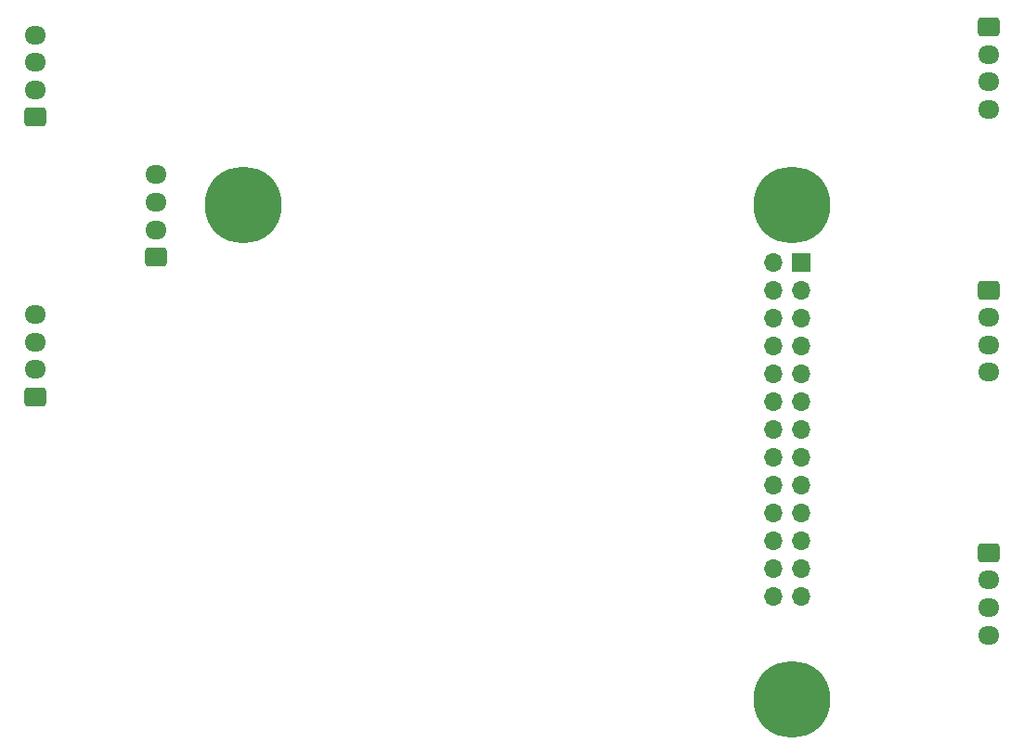
<source format=gts>
%TF.GenerationSoftware,KiCad,Pcbnew,8.0.4-8.0.4-0~ubuntu22.04.1*%
%TF.CreationDate,2024-09-28T14:33:57-04:00*%
%TF.ProjectId,hivemind-pcb,68697665-6d69-46e6-942d-7063622e6b69,rev?*%
%TF.SameCoordinates,Original*%
%TF.FileFunction,Soldermask,Top*%
%TF.FilePolarity,Negative*%
%FSLAX46Y46*%
G04 Gerber Fmt 4.6, Leading zero omitted, Abs format (unit mm)*
G04 Created by KiCad (PCBNEW 8.0.4-8.0.4-0~ubuntu22.04.1) date 2024-09-28 14:33:57*
%MOMM*%
%LPD*%
G01*
G04 APERTURE LIST*
G04 Aperture macros list*
%AMRoundRect*
0 Rectangle with rounded corners*
0 $1 Rounding radius*
0 $2 $3 $4 $5 $6 $7 $8 $9 X,Y pos of 4 corners*
0 Add a 4 corners polygon primitive as box body*
4,1,4,$2,$3,$4,$5,$6,$7,$8,$9,$2,$3,0*
0 Add four circle primitives for the rounded corners*
1,1,$1+$1,$2,$3*
1,1,$1+$1,$4,$5*
1,1,$1+$1,$6,$7*
1,1,$1+$1,$8,$9*
0 Add four rect primitives between the rounded corners*
20,1,$1+$1,$2,$3,$4,$5,0*
20,1,$1+$1,$4,$5,$6,$7,0*
20,1,$1+$1,$6,$7,$8,$9,0*
20,1,$1+$1,$8,$9,$2,$3,0*%
G04 Aperture macros list end*
%ADD10O,1.950000X1.700000*%
%ADD11RoundRect,0.250000X-0.725000X0.600000X-0.725000X-0.600000X0.725000X-0.600000X0.725000X0.600000X0*%
%ADD12C,7.000000*%
%ADD13RoundRect,0.250000X0.725000X-0.600000X0.725000X0.600000X-0.725000X0.600000X-0.725000X-0.600000X0*%
%ADD14O,1.700000X1.700000*%
%ADD15R,1.700000X1.700000*%
G04 APERTURE END LIST*
D10*
%TO.C,Queen*%
X246500000Y-55250000D03*
X246500000Y-52750000D03*
X246500000Y-50250000D03*
D11*
X246500000Y-47750000D03*
%TD*%
D10*
%TO.C,Checkers1*%
X246500000Y-103250000D03*
X246500000Y-100750000D03*
X246500000Y-98250000D03*
D11*
X246500000Y-95750000D03*
%TD*%
D12*
%TO.C,REF\u002A\u002A*%
X228500000Y-64000000D03*
%TD*%
D10*
%TO.C,Abs*%
X159500000Y-48500000D03*
X159500000Y-51000000D03*
X159500000Y-53500000D03*
D13*
X159500000Y-56000000D03*
%TD*%
D10*
%TO.C,Skulls1*%
X246500000Y-79250000D03*
X246500000Y-76750000D03*
X246500000Y-74250000D03*
D11*
X246500000Y-71750000D03*
%TD*%
D12*
%TO.C,REF\u002A\u002A*%
X228500000Y-109150000D03*
%TD*%
D10*
%TO.C,LCD*%
X170500000Y-61250000D03*
X170500000Y-63750000D03*
X170500000Y-66250000D03*
D13*
X170500000Y-68750000D03*
%TD*%
D12*
%TO.C,REF\u002A\u002A*%
X178500000Y-64000000D03*
%TD*%
D10*
%TO.C,Stripes*%
X159500000Y-74000000D03*
X159500000Y-76500000D03*
X159500000Y-79000000D03*
D13*
X159500000Y-81500000D03*
%TD*%
D14*
%TO.C,OPiZero3*%
X226860000Y-99730000D03*
X229400000Y-99730000D03*
X226860000Y-97190000D03*
X229400000Y-97190000D03*
X226860000Y-94650000D03*
X229400000Y-94650000D03*
X226860000Y-92110000D03*
X229400000Y-92110000D03*
X226860000Y-89570000D03*
X229400000Y-89570000D03*
X226860000Y-87030000D03*
X229400000Y-87030000D03*
X226860000Y-84490000D03*
X229400000Y-84490000D03*
X226860000Y-81950000D03*
X229400000Y-81950000D03*
X226860000Y-79410000D03*
X229400000Y-79410000D03*
X226860000Y-76870000D03*
X229400000Y-76870000D03*
X226860000Y-74330000D03*
X229400000Y-74330000D03*
X226860000Y-71790000D03*
X229400000Y-71790000D03*
X226860000Y-69250000D03*
D15*
X229400000Y-69250000D03*
%TD*%
M02*

</source>
